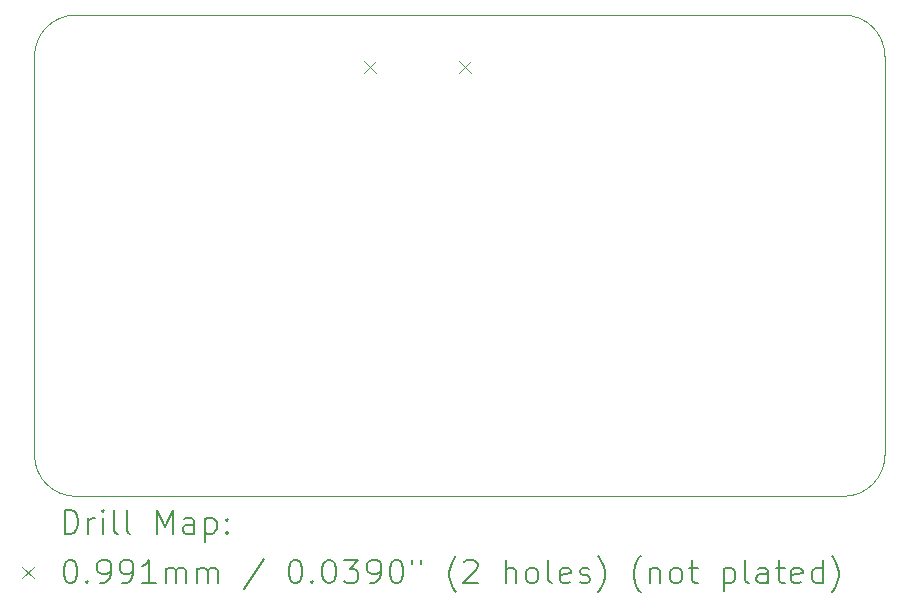
<source format=gbr>
%TF.GenerationSoftware,KiCad,Pcbnew,8.0.2*%
%TF.CreationDate,2024-05-15T15:04:29-04:00*%
%TF.ProjectId,stargazer,73746172-6761-47a6-9572-2e6b69636164,rev?*%
%TF.SameCoordinates,Original*%
%TF.FileFunction,Drillmap*%
%TF.FilePolarity,Positive*%
%FSLAX45Y45*%
G04 Gerber Fmt 4.5, Leading zero omitted, Abs format (unit mm)*
G04 Created by KiCad (PCBNEW 8.0.2) date 2024-05-15 15:04:29*
%MOMM*%
%LPD*%
G01*
G04 APERTURE LIST*
%ADD10C,0.100000*%
%ADD11C,0.200000*%
G04 APERTURE END LIST*
D10*
X11251000Y-7430000D02*
X17751000Y-7430000D01*
X11251000Y-11505000D02*
G75*
G02*
X10901000Y-11155000I0J350000D01*
G01*
X17751000Y-7430000D02*
G75*
G02*
X18101000Y-7780000I0J-350000D01*
G01*
X18101000Y-11155000D02*
G75*
G02*
X17751000Y-11505000I-350000J0D01*
G01*
X18101000Y-7780000D02*
X18101000Y-11155000D01*
X10901000Y-11155000D02*
X10901000Y-7780000D01*
X17751000Y-11505000D02*
X11251000Y-11505000D01*
X10901000Y-7780000D02*
G75*
G02*
X11251000Y-7430000I350000J0D01*
G01*
D11*
D10*
X13693941Y-7820150D02*
X13793001Y-7919210D01*
X13793001Y-7820150D02*
X13693941Y-7919210D01*
X14493941Y-7820150D02*
X14593001Y-7919210D01*
X14593001Y-7820150D02*
X14493941Y-7919210D01*
D11*
X11156777Y-11821484D02*
X11156777Y-11621484D01*
X11156777Y-11621484D02*
X11204396Y-11621484D01*
X11204396Y-11621484D02*
X11232967Y-11631008D01*
X11232967Y-11631008D02*
X11252015Y-11650055D01*
X11252015Y-11650055D02*
X11261539Y-11669103D01*
X11261539Y-11669103D02*
X11271062Y-11707198D01*
X11271062Y-11707198D02*
X11271062Y-11735769D01*
X11271062Y-11735769D02*
X11261539Y-11773865D01*
X11261539Y-11773865D02*
X11252015Y-11792912D01*
X11252015Y-11792912D02*
X11232967Y-11811960D01*
X11232967Y-11811960D02*
X11204396Y-11821484D01*
X11204396Y-11821484D02*
X11156777Y-11821484D01*
X11356777Y-11821484D02*
X11356777Y-11688150D01*
X11356777Y-11726246D02*
X11366301Y-11707198D01*
X11366301Y-11707198D02*
X11375824Y-11697674D01*
X11375824Y-11697674D02*
X11394872Y-11688150D01*
X11394872Y-11688150D02*
X11413920Y-11688150D01*
X11480586Y-11821484D02*
X11480586Y-11688150D01*
X11480586Y-11621484D02*
X11471062Y-11631008D01*
X11471062Y-11631008D02*
X11480586Y-11640531D01*
X11480586Y-11640531D02*
X11490110Y-11631008D01*
X11490110Y-11631008D02*
X11480586Y-11621484D01*
X11480586Y-11621484D02*
X11480586Y-11640531D01*
X11604396Y-11821484D02*
X11585348Y-11811960D01*
X11585348Y-11811960D02*
X11575824Y-11792912D01*
X11575824Y-11792912D02*
X11575824Y-11621484D01*
X11709158Y-11821484D02*
X11690110Y-11811960D01*
X11690110Y-11811960D02*
X11680586Y-11792912D01*
X11680586Y-11792912D02*
X11680586Y-11621484D01*
X11937729Y-11821484D02*
X11937729Y-11621484D01*
X11937729Y-11621484D02*
X12004396Y-11764341D01*
X12004396Y-11764341D02*
X12071062Y-11621484D01*
X12071062Y-11621484D02*
X12071062Y-11821484D01*
X12252015Y-11821484D02*
X12252015Y-11716722D01*
X12252015Y-11716722D02*
X12242491Y-11697674D01*
X12242491Y-11697674D02*
X12223443Y-11688150D01*
X12223443Y-11688150D02*
X12185348Y-11688150D01*
X12185348Y-11688150D02*
X12166301Y-11697674D01*
X12252015Y-11811960D02*
X12232967Y-11821484D01*
X12232967Y-11821484D02*
X12185348Y-11821484D01*
X12185348Y-11821484D02*
X12166301Y-11811960D01*
X12166301Y-11811960D02*
X12156777Y-11792912D01*
X12156777Y-11792912D02*
X12156777Y-11773865D01*
X12156777Y-11773865D02*
X12166301Y-11754817D01*
X12166301Y-11754817D02*
X12185348Y-11745293D01*
X12185348Y-11745293D02*
X12232967Y-11745293D01*
X12232967Y-11745293D02*
X12252015Y-11735769D01*
X12347253Y-11688150D02*
X12347253Y-11888150D01*
X12347253Y-11697674D02*
X12366301Y-11688150D01*
X12366301Y-11688150D02*
X12404396Y-11688150D01*
X12404396Y-11688150D02*
X12423443Y-11697674D01*
X12423443Y-11697674D02*
X12432967Y-11707198D01*
X12432967Y-11707198D02*
X12442491Y-11726246D01*
X12442491Y-11726246D02*
X12442491Y-11783388D01*
X12442491Y-11783388D02*
X12432967Y-11802436D01*
X12432967Y-11802436D02*
X12423443Y-11811960D01*
X12423443Y-11811960D02*
X12404396Y-11821484D01*
X12404396Y-11821484D02*
X12366301Y-11821484D01*
X12366301Y-11821484D02*
X12347253Y-11811960D01*
X12528205Y-11802436D02*
X12537729Y-11811960D01*
X12537729Y-11811960D02*
X12528205Y-11821484D01*
X12528205Y-11821484D02*
X12518682Y-11811960D01*
X12518682Y-11811960D02*
X12528205Y-11802436D01*
X12528205Y-11802436D02*
X12528205Y-11821484D01*
X12528205Y-11697674D02*
X12537729Y-11707198D01*
X12537729Y-11707198D02*
X12528205Y-11716722D01*
X12528205Y-11716722D02*
X12518682Y-11707198D01*
X12518682Y-11707198D02*
X12528205Y-11697674D01*
X12528205Y-11697674D02*
X12528205Y-11716722D01*
D10*
X10796940Y-12100470D02*
X10896000Y-12199530D01*
X10896000Y-12100470D02*
X10796940Y-12199530D01*
D11*
X11194872Y-12041484D02*
X11213920Y-12041484D01*
X11213920Y-12041484D02*
X11232967Y-12051008D01*
X11232967Y-12051008D02*
X11242491Y-12060531D01*
X11242491Y-12060531D02*
X11252015Y-12079579D01*
X11252015Y-12079579D02*
X11261539Y-12117674D01*
X11261539Y-12117674D02*
X11261539Y-12165293D01*
X11261539Y-12165293D02*
X11252015Y-12203388D01*
X11252015Y-12203388D02*
X11242491Y-12222436D01*
X11242491Y-12222436D02*
X11232967Y-12231960D01*
X11232967Y-12231960D02*
X11213920Y-12241484D01*
X11213920Y-12241484D02*
X11194872Y-12241484D01*
X11194872Y-12241484D02*
X11175824Y-12231960D01*
X11175824Y-12231960D02*
X11166301Y-12222436D01*
X11166301Y-12222436D02*
X11156777Y-12203388D01*
X11156777Y-12203388D02*
X11147253Y-12165293D01*
X11147253Y-12165293D02*
X11147253Y-12117674D01*
X11147253Y-12117674D02*
X11156777Y-12079579D01*
X11156777Y-12079579D02*
X11166301Y-12060531D01*
X11166301Y-12060531D02*
X11175824Y-12051008D01*
X11175824Y-12051008D02*
X11194872Y-12041484D01*
X11347253Y-12222436D02*
X11356777Y-12231960D01*
X11356777Y-12231960D02*
X11347253Y-12241484D01*
X11347253Y-12241484D02*
X11337729Y-12231960D01*
X11337729Y-12231960D02*
X11347253Y-12222436D01*
X11347253Y-12222436D02*
X11347253Y-12241484D01*
X11452015Y-12241484D02*
X11490110Y-12241484D01*
X11490110Y-12241484D02*
X11509158Y-12231960D01*
X11509158Y-12231960D02*
X11518682Y-12222436D01*
X11518682Y-12222436D02*
X11537729Y-12193865D01*
X11537729Y-12193865D02*
X11547253Y-12155769D01*
X11547253Y-12155769D02*
X11547253Y-12079579D01*
X11547253Y-12079579D02*
X11537729Y-12060531D01*
X11537729Y-12060531D02*
X11528205Y-12051008D01*
X11528205Y-12051008D02*
X11509158Y-12041484D01*
X11509158Y-12041484D02*
X11471062Y-12041484D01*
X11471062Y-12041484D02*
X11452015Y-12051008D01*
X11452015Y-12051008D02*
X11442491Y-12060531D01*
X11442491Y-12060531D02*
X11432967Y-12079579D01*
X11432967Y-12079579D02*
X11432967Y-12127198D01*
X11432967Y-12127198D02*
X11442491Y-12146246D01*
X11442491Y-12146246D02*
X11452015Y-12155769D01*
X11452015Y-12155769D02*
X11471062Y-12165293D01*
X11471062Y-12165293D02*
X11509158Y-12165293D01*
X11509158Y-12165293D02*
X11528205Y-12155769D01*
X11528205Y-12155769D02*
X11537729Y-12146246D01*
X11537729Y-12146246D02*
X11547253Y-12127198D01*
X11642491Y-12241484D02*
X11680586Y-12241484D01*
X11680586Y-12241484D02*
X11699634Y-12231960D01*
X11699634Y-12231960D02*
X11709158Y-12222436D01*
X11709158Y-12222436D02*
X11728205Y-12193865D01*
X11728205Y-12193865D02*
X11737729Y-12155769D01*
X11737729Y-12155769D02*
X11737729Y-12079579D01*
X11737729Y-12079579D02*
X11728205Y-12060531D01*
X11728205Y-12060531D02*
X11718682Y-12051008D01*
X11718682Y-12051008D02*
X11699634Y-12041484D01*
X11699634Y-12041484D02*
X11661539Y-12041484D01*
X11661539Y-12041484D02*
X11642491Y-12051008D01*
X11642491Y-12051008D02*
X11632967Y-12060531D01*
X11632967Y-12060531D02*
X11623443Y-12079579D01*
X11623443Y-12079579D02*
X11623443Y-12127198D01*
X11623443Y-12127198D02*
X11632967Y-12146246D01*
X11632967Y-12146246D02*
X11642491Y-12155769D01*
X11642491Y-12155769D02*
X11661539Y-12165293D01*
X11661539Y-12165293D02*
X11699634Y-12165293D01*
X11699634Y-12165293D02*
X11718682Y-12155769D01*
X11718682Y-12155769D02*
X11728205Y-12146246D01*
X11728205Y-12146246D02*
X11737729Y-12127198D01*
X11928205Y-12241484D02*
X11813920Y-12241484D01*
X11871062Y-12241484D02*
X11871062Y-12041484D01*
X11871062Y-12041484D02*
X11852015Y-12070055D01*
X11852015Y-12070055D02*
X11832967Y-12089103D01*
X11832967Y-12089103D02*
X11813920Y-12098627D01*
X12013920Y-12241484D02*
X12013920Y-12108150D01*
X12013920Y-12127198D02*
X12023443Y-12117674D01*
X12023443Y-12117674D02*
X12042491Y-12108150D01*
X12042491Y-12108150D02*
X12071063Y-12108150D01*
X12071063Y-12108150D02*
X12090110Y-12117674D01*
X12090110Y-12117674D02*
X12099634Y-12136722D01*
X12099634Y-12136722D02*
X12099634Y-12241484D01*
X12099634Y-12136722D02*
X12109158Y-12117674D01*
X12109158Y-12117674D02*
X12128205Y-12108150D01*
X12128205Y-12108150D02*
X12156777Y-12108150D01*
X12156777Y-12108150D02*
X12175824Y-12117674D01*
X12175824Y-12117674D02*
X12185348Y-12136722D01*
X12185348Y-12136722D02*
X12185348Y-12241484D01*
X12280586Y-12241484D02*
X12280586Y-12108150D01*
X12280586Y-12127198D02*
X12290110Y-12117674D01*
X12290110Y-12117674D02*
X12309158Y-12108150D01*
X12309158Y-12108150D02*
X12337729Y-12108150D01*
X12337729Y-12108150D02*
X12356777Y-12117674D01*
X12356777Y-12117674D02*
X12366301Y-12136722D01*
X12366301Y-12136722D02*
X12366301Y-12241484D01*
X12366301Y-12136722D02*
X12375824Y-12117674D01*
X12375824Y-12117674D02*
X12394872Y-12108150D01*
X12394872Y-12108150D02*
X12423443Y-12108150D01*
X12423443Y-12108150D02*
X12442491Y-12117674D01*
X12442491Y-12117674D02*
X12452015Y-12136722D01*
X12452015Y-12136722D02*
X12452015Y-12241484D01*
X12842491Y-12031960D02*
X12671063Y-12289103D01*
X13099634Y-12041484D02*
X13118682Y-12041484D01*
X13118682Y-12041484D02*
X13137729Y-12051008D01*
X13137729Y-12051008D02*
X13147253Y-12060531D01*
X13147253Y-12060531D02*
X13156777Y-12079579D01*
X13156777Y-12079579D02*
X13166301Y-12117674D01*
X13166301Y-12117674D02*
X13166301Y-12165293D01*
X13166301Y-12165293D02*
X13156777Y-12203388D01*
X13156777Y-12203388D02*
X13147253Y-12222436D01*
X13147253Y-12222436D02*
X13137729Y-12231960D01*
X13137729Y-12231960D02*
X13118682Y-12241484D01*
X13118682Y-12241484D02*
X13099634Y-12241484D01*
X13099634Y-12241484D02*
X13080586Y-12231960D01*
X13080586Y-12231960D02*
X13071063Y-12222436D01*
X13071063Y-12222436D02*
X13061539Y-12203388D01*
X13061539Y-12203388D02*
X13052015Y-12165293D01*
X13052015Y-12165293D02*
X13052015Y-12117674D01*
X13052015Y-12117674D02*
X13061539Y-12079579D01*
X13061539Y-12079579D02*
X13071063Y-12060531D01*
X13071063Y-12060531D02*
X13080586Y-12051008D01*
X13080586Y-12051008D02*
X13099634Y-12041484D01*
X13252015Y-12222436D02*
X13261539Y-12231960D01*
X13261539Y-12231960D02*
X13252015Y-12241484D01*
X13252015Y-12241484D02*
X13242491Y-12231960D01*
X13242491Y-12231960D02*
X13252015Y-12222436D01*
X13252015Y-12222436D02*
X13252015Y-12241484D01*
X13385348Y-12041484D02*
X13404396Y-12041484D01*
X13404396Y-12041484D02*
X13423444Y-12051008D01*
X13423444Y-12051008D02*
X13432967Y-12060531D01*
X13432967Y-12060531D02*
X13442491Y-12079579D01*
X13442491Y-12079579D02*
X13452015Y-12117674D01*
X13452015Y-12117674D02*
X13452015Y-12165293D01*
X13452015Y-12165293D02*
X13442491Y-12203388D01*
X13442491Y-12203388D02*
X13432967Y-12222436D01*
X13432967Y-12222436D02*
X13423444Y-12231960D01*
X13423444Y-12231960D02*
X13404396Y-12241484D01*
X13404396Y-12241484D02*
X13385348Y-12241484D01*
X13385348Y-12241484D02*
X13366301Y-12231960D01*
X13366301Y-12231960D02*
X13356777Y-12222436D01*
X13356777Y-12222436D02*
X13347253Y-12203388D01*
X13347253Y-12203388D02*
X13337729Y-12165293D01*
X13337729Y-12165293D02*
X13337729Y-12117674D01*
X13337729Y-12117674D02*
X13347253Y-12079579D01*
X13347253Y-12079579D02*
X13356777Y-12060531D01*
X13356777Y-12060531D02*
X13366301Y-12051008D01*
X13366301Y-12051008D02*
X13385348Y-12041484D01*
X13518682Y-12041484D02*
X13642491Y-12041484D01*
X13642491Y-12041484D02*
X13575825Y-12117674D01*
X13575825Y-12117674D02*
X13604396Y-12117674D01*
X13604396Y-12117674D02*
X13623444Y-12127198D01*
X13623444Y-12127198D02*
X13632967Y-12136722D01*
X13632967Y-12136722D02*
X13642491Y-12155769D01*
X13642491Y-12155769D02*
X13642491Y-12203388D01*
X13642491Y-12203388D02*
X13632967Y-12222436D01*
X13632967Y-12222436D02*
X13623444Y-12231960D01*
X13623444Y-12231960D02*
X13604396Y-12241484D01*
X13604396Y-12241484D02*
X13547253Y-12241484D01*
X13547253Y-12241484D02*
X13528206Y-12231960D01*
X13528206Y-12231960D02*
X13518682Y-12222436D01*
X13737729Y-12241484D02*
X13775825Y-12241484D01*
X13775825Y-12241484D02*
X13794872Y-12231960D01*
X13794872Y-12231960D02*
X13804396Y-12222436D01*
X13804396Y-12222436D02*
X13823444Y-12193865D01*
X13823444Y-12193865D02*
X13832967Y-12155769D01*
X13832967Y-12155769D02*
X13832967Y-12079579D01*
X13832967Y-12079579D02*
X13823444Y-12060531D01*
X13823444Y-12060531D02*
X13813920Y-12051008D01*
X13813920Y-12051008D02*
X13794872Y-12041484D01*
X13794872Y-12041484D02*
X13756777Y-12041484D01*
X13756777Y-12041484D02*
X13737729Y-12051008D01*
X13737729Y-12051008D02*
X13728206Y-12060531D01*
X13728206Y-12060531D02*
X13718682Y-12079579D01*
X13718682Y-12079579D02*
X13718682Y-12127198D01*
X13718682Y-12127198D02*
X13728206Y-12146246D01*
X13728206Y-12146246D02*
X13737729Y-12155769D01*
X13737729Y-12155769D02*
X13756777Y-12165293D01*
X13756777Y-12165293D02*
X13794872Y-12165293D01*
X13794872Y-12165293D02*
X13813920Y-12155769D01*
X13813920Y-12155769D02*
X13823444Y-12146246D01*
X13823444Y-12146246D02*
X13832967Y-12127198D01*
X13956777Y-12041484D02*
X13975825Y-12041484D01*
X13975825Y-12041484D02*
X13994872Y-12051008D01*
X13994872Y-12051008D02*
X14004396Y-12060531D01*
X14004396Y-12060531D02*
X14013920Y-12079579D01*
X14013920Y-12079579D02*
X14023444Y-12117674D01*
X14023444Y-12117674D02*
X14023444Y-12165293D01*
X14023444Y-12165293D02*
X14013920Y-12203388D01*
X14013920Y-12203388D02*
X14004396Y-12222436D01*
X14004396Y-12222436D02*
X13994872Y-12231960D01*
X13994872Y-12231960D02*
X13975825Y-12241484D01*
X13975825Y-12241484D02*
X13956777Y-12241484D01*
X13956777Y-12241484D02*
X13937729Y-12231960D01*
X13937729Y-12231960D02*
X13928206Y-12222436D01*
X13928206Y-12222436D02*
X13918682Y-12203388D01*
X13918682Y-12203388D02*
X13909158Y-12165293D01*
X13909158Y-12165293D02*
X13909158Y-12117674D01*
X13909158Y-12117674D02*
X13918682Y-12079579D01*
X13918682Y-12079579D02*
X13928206Y-12060531D01*
X13928206Y-12060531D02*
X13937729Y-12051008D01*
X13937729Y-12051008D02*
X13956777Y-12041484D01*
X14099634Y-12041484D02*
X14099634Y-12079579D01*
X14175825Y-12041484D02*
X14175825Y-12079579D01*
X14471063Y-12317674D02*
X14461539Y-12308150D01*
X14461539Y-12308150D02*
X14442491Y-12279579D01*
X14442491Y-12279579D02*
X14432968Y-12260531D01*
X14432968Y-12260531D02*
X14423444Y-12231960D01*
X14423444Y-12231960D02*
X14413920Y-12184341D01*
X14413920Y-12184341D02*
X14413920Y-12146246D01*
X14413920Y-12146246D02*
X14423444Y-12098627D01*
X14423444Y-12098627D02*
X14432968Y-12070055D01*
X14432968Y-12070055D02*
X14442491Y-12051008D01*
X14442491Y-12051008D02*
X14461539Y-12022436D01*
X14461539Y-12022436D02*
X14471063Y-12012912D01*
X14537729Y-12060531D02*
X14547253Y-12051008D01*
X14547253Y-12051008D02*
X14566301Y-12041484D01*
X14566301Y-12041484D02*
X14613920Y-12041484D01*
X14613920Y-12041484D02*
X14632968Y-12051008D01*
X14632968Y-12051008D02*
X14642491Y-12060531D01*
X14642491Y-12060531D02*
X14652015Y-12079579D01*
X14652015Y-12079579D02*
X14652015Y-12098627D01*
X14652015Y-12098627D02*
X14642491Y-12127198D01*
X14642491Y-12127198D02*
X14528206Y-12241484D01*
X14528206Y-12241484D02*
X14652015Y-12241484D01*
X14890110Y-12241484D02*
X14890110Y-12041484D01*
X14975825Y-12241484D02*
X14975825Y-12136722D01*
X14975825Y-12136722D02*
X14966301Y-12117674D01*
X14966301Y-12117674D02*
X14947253Y-12108150D01*
X14947253Y-12108150D02*
X14918682Y-12108150D01*
X14918682Y-12108150D02*
X14899634Y-12117674D01*
X14899634Y-12117674D02*
X14890110Y-12127198D01*
X15099634Y-12241484D02*
X15080587Y-12231960D01*
X15080587Y-12231960D02*
X15071063Y-12222436D01*
X15071063Y-12222436D02*
X15061539Y-12203388D01*
X15061539Y-12203388D02*
X15061539Y-12146246D01*
X15061539Y-12146246D02*
X15071063Y-12127198D01*
X15071063Y-12127198D02*
X15080587Y-12117674D01*
X15080587Y-12117674D02*
X15099634Y-12108150D01*
X15099634Y-12108150D02*
X15128206Y-12108150D01*
X15128206Y-12108150D02*
X15147253Y-12117674D01*
X15147253Y-12117674D02*
X15156777Y-12127198D01*
X15156777Y-12127198D02*
X15166301Y-12146246D01*
X15166301Y-12146246D02*
X15166301Y-12203388D01*
X15166301Y-12203388D02*
X15156777Y-12222436D01*
X15156777Y-12222436D02*
X15147253Y-12231960D01*
X15147253Y-12231960D02*
X15128206Y-12241484D01*
X15128206Y-12241484D02*
X15099634Y-12241484D01*
X15280587Y-12241484D02*
X15261539Y-12231960D01*
X15261539Y-12231960D02*
X15252015Y-12212912D01*
X15252015Y-12212912D02*
X15252015Y-12041484D01*
X15432968Y-12231960D02*
X15413920Y-12241484D01*
X15413920Y-12241484D02*
X15375825Y-12241484D01*
X15375825Y-12241484D02*
X15356777Y-12231960D01*
X15356777Y-12231960D02*
X15347253Y-12212912D01*
X15347253Y-12212912D02*
X15347253Y-12136722D01*
X15347253Y-12136722D02*
X15356777Y-12117674D01*
X15356777Y-12117674D02*
X15375825Y-12108150D01*
X15375825Y-12108150D02*
X15413920Y-12108150D01*
X15413920Y-12108150D02*
X15432968Y-12117674D01*
X15432968Y-12117674D02*
X15442491Y-12136722D01*
X15442491Y-12136722D02*
X15442491Y-12155769D01*
X15442491Y-12155769D02*
X15347253Y-12174817D01*
X15518682Y-12231960D02*
X15537730Y-12241484D01*
X15537730Y-12241484D02*
X15575825Y-12241484D01*
X15575825Y-12241484D02*
X15594872Y-12231960D01*
X15594872Y-12231960D02*
X15604396Y-12212912D01*
X15604396Y-12212912D02*
X15604396Y-12203388D01*
X15604396Y-12203388D02*
X15594872Y-12184341D01*
X15594872Y-12184341D02*
X15575825Y-12174817D01*
X15575825Y-12174817D02*
X15547253Y-12174817D01*
X15547253Y-12174817D02*
X15528206Y-12165293D01*
X15528206Y-12165293D02*
X15518682Y-12146246D01*
X15518682Y-12146246D02*
X15518682Y-12136722D01*
X15518682Y-12136722D02*
X15528206Y-12117674D01*
X15528206Y-12117674D02*
X15547253Y-12108150D01*
X15547253Y-12108150D02*
X15575825Y-12108150D01*
X15575825Y-12108150D02*
X15594872Y-12117674D01*
X15671063Y-12317674D02*
X15680587Y-12308150D01*
X15680587Y-12308150D02*
X15699634Y-12279579D01*
X15699634Y-12279579D02*
X15709158Y-12260531D01*
X15709158Y-12260531D02*
X15718682Y-12231960D01*
X15718682Y-12231960D02*
X15728206Y-12184341D01*
X15728206Y-12184341D02*
X15728206Y-12146246D01*
X15728206Y-12146246D02*
X15718682Y-12098627D01*
X15718682Y-12098627D02*
X15709158Y-12070055D01*
X15709158Y-12070055D02*
X15699634Y-12051008D01*
X15699634Y-12051008D02*
X15680587Y-12022436D01*
X15680587Y-12022436D02*
X15671063Y-12012912D01*
X16032968Y-12317674D02*
X16023444Y-12308150D01*
X16023444Y-12308150D02*
X16004396Y-12279579D01*
X16004396Y-12279579D02*
X15994872Y-12260531D01*
X15994872Y-12260531D02*
X15985349Y-12231960D01*
X15985349Y-12231960D02*
X15975825Y-12184341D01*
X15975825Y-12184341D02*
X15975825Y-12146246D01*
X15975825Y-12146246D02*
X15985349Y-12098627D01*
X15985349Y-12098627D02*
X15994872Y-12070055D01*
X15994872Y-12070055D02*
X16004396Y-12051008D01*
X16004396Y-12051008D02*
X16023444Y-12022436D01*
X16023444Y-12022436D02*
X16032968Y-12012912D01*
X16109158Y-12108150D02*
X16109158Y-12241484D01*
X16109158Y-12127198D02*
X16118682Y-12117674D01*
X16118682Y-12117674D02*
X16137730Y-12108150D01*
X16137730Y-12108150D02*
X16166301Y-12108150D01*
X16166301Y-12108150D02*
X16185349Y-12117674D01*
X16185349Y-12117674D02*
X16194872Y-12136722D01*
X16194872Y-12136722D02*
X16194872Y-12241484D01*
X16318682Y-12241484D02*
X16299634Y-12231960D01*
X16299634Y-12231960D02*
X16290111Y-12222436D01*
X16290111Y-12222436D02*
X16280587Y-12203388D01*
X16280587Y-12203388D02*
X16280587Y-12146246D01*
X16280587Y-12146246D02*
X16290111Y-12127198D01*
X16290111Y-12127198D02*
X16299634Y-12117674D01*
X16299634Y-12117674D02*
X16318682Y-12108150D01*
X16318682Y-12108150D02*
X16347253Y-12108150D01*
X16347253Y-12108150D02*
X16366301Y-12117674D01*
X16366301Y-12117674D02*
X16375825Y-12127198D01*
X16375825Y-12127198D02*
X16385349Y-12146246D01*
X16385349Y-12146246D02*
X16385349Y-12203388D01*
X16385349Y-12203388D02*
X16375825Y-12222436D01*
X16375825Y-12222436D02*
X16366301Y-12231960D01*
X16366301Y-12231960D02*
X16347253Y-12241484D01*
X16347253Y-12241484D02*
X16318682Y-12241484D01*
X16442492Y-12108150D02*
X16518682Y-12108150D01*
X16471063Y-12041484D02*
X16471063Y-12212912D01*
X16471063Y-12212912D02*
X16480587Y-12231960D01*
X16480587Y-12231960D02*
X16499634Y-12241484D01*
X16499634Y-12241484D02*
X16518682Y-12241484D01*
X16737730Y-12108150D02*
X16737730Y-12308150D01*
X16737730Y-12117674D02*
X16756777Y-12108150D01*
X16756777Y-12108150D02*
X16794873Y-12108150D01*
X16794873Y-12108150D02*
X16813920Y-12117674D01*
X16813920Y-12117674D02*
X16823444Y-12127198D01*
X16823444Y-12127198D02*
X16832968Y-12146246D01*
X16832968Y-12146246D02*
X16832968Y-12203388D01*
X16832968Y-12203388D02*
X16823444Y-12222436D01*
X16823444Y-12222436D02*
X16813920Y-12231960D01*
X16813920Y-12231960D02*
X16794873Y-12241484D01*
X16794873Y-12241484D02*
X16756777Y-12241484D01*
X16756777Y-12241484D02*
X16737730Y-12231960D01*
X16947254Y-12241484D02*
X16928206Y-12231960D01*
X16928206Y-12231960D02*
X16918682Y-12212912D01*
X16918682Y-12212912D02*
X16918682Y-12041484D01*
X17109158Y-12241484D02*
X17109158Y-12136722D01*
X17109158Y-12136722D02*
X17099635Y-12117674D01*
X17099635Y-12117674D02*
X17080587Y-12108150D01*
X17080587Y-12108150D02*
X17042492Y-12108150D01*
X17042492Y-12108150D02*
X17023444Y-12117674D01*
X17109158Y-12231960D02*
X17090111Y-12241484D01*
X17090111Y-12241484D02*
X17042492Y-12241484D01*
X17042492Y-12241484D02*
X17023444Y-12231960D01*
X17023444Y-12231960D02*
X17013920Y-12212912D01*
X17013920Y-12212912D02*
X17013920Y-12193865D01*
X17013920Y-12193865D02*
X17023444Y-12174817D01*
X17023444Y-12174817D02*
X17042492Y-12165293D01*
X17042492Y-12165293D02*
X17090111Y-12165293D01*
X17090111Y-12165293D02*
X17109158Y-12155769D01*
X17175825Y-12108150D02*
X17252015Y-12108150D01*
X17204396Y-12041484D02*
X17204396Y-12212912D01*
X17204396Y-12212912D02*
X17213920Y-12231960D01*
X17213920Y-12231960D02*
X17232968Y-12241484D01*
X17232968Y-12241484D02*
X17252015Y-12241484D01*
X17394873Y-12231960D02*
X17375825Y-12241484D01*
X17375825Y-12241484D02*
X17337730Y-12241484D01*
X17337730Y-12241484D02*
X17318682Y-12231960D01*
X17318682Y-12231960D02*
X17309158Y-12212912D01*
X17309158Y-12212912D02*
X17309158Y-12136722D01*
X17309158Y-12136722D02*
X17318682Y-12117674D01*
X17318682Y-12117674D02*
X17337730Y-12108150D01*
X17337730Y-12108150D02*
X17375825Y-12108150D01*
X17375825Y-12108150D02*
X17394873Y-12117674D01*
X17394873Y-12117674D02*
X17404396Y-12136722D01*
X17404396Y-12136722D02*
X17404396Y-12155769D01*
X17404396Y-12155769D02*
X17309158Y-12174817D01*
X17575825Y-12241484D02*
X17575825Y-12041484D01*
X17575825Y-12231960D02*
X17556777Y-12241484D01*
X17556777Y-12241484D02*
X17518682Y-12241484D01*
X17518682Y-12241484D02*
X17499635Y-12231960D01*
X17499635Y-12231960D02*
X17490111Y-12222436D01*
X17490111Y-12222436D02*
X17480587Y-12203388D01*
X17480587Y-12203388D02*
X17480587Y-12146246D01*
X17480587Y-12146246D02*
X17490111Y-12127198D01*
X17490111Y-12127198D02*
X17499635Y-12117674D01*
X17499635Y-12117674D02*
X17518682Y-12108150D01*
X17518682Y-12108150D02*
X17556777Y-12108150D01*
X17556777Y-12108150D02*
X17575825Y-12117674D01*
X17652016Y-12317674D02*
X17661539Y-12308150D01*
X17661539Y-12308150D02*
X17680587Y-12279579D01*
X17680587Y-12279579D02*
X17690111Y-12260531D01*
X17690111Y-12260531D02*
X17699635Y-12231960D01*
X17699635Y-12231960D02*
X17709158Y-12184341D01*
X17709158Y-12184341D02*
X17709158Y-12146246D01*
X17709158Y-12146246D02*
X17699635Y-12098627D01*
X17699635Y-12098627D02*
X17690111Y-12070055D01*
X17690111Y-12070055D02*
X17680587Y-12051008D01*
X17680587Y-12051008D02*
X17661539Y-12022436D01*
X17661539Y-12022436D02*
X17652016Y-12012912D01*
M02*

</source>
